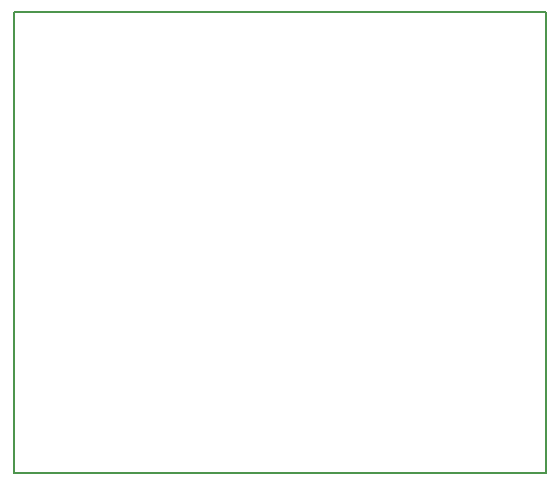
<source format=gbr>
G04 #@! TF.GenerationSoftware,KiCad,Pcbnew,(5.0.0)*
G04 #@! TF.CreationDate,2019-11-15T18:54:58-03:00*
G04 #@! TF.ProjectId,driver_alto,6472697665725F616C746F2E6B696361,rev?*
G04 #@! TF.SameCoordinates,Original*
G04 #@! TF.FileFunction,Drawing*
%FSLAX46Y46*%
G04 Gerber Fmt 4.6, Leading zero omitted, Abs format (unit mm)*
G04 Created by KiCad (PCBNEW (5.0.0)) date 11/15/19 18:54:58*
%MOMM*%
%LPD*%
G01*
G04 APERTURE LIST*
%ADD10C,0.150000*%
G04 APERTURE END LIST*
D10*
X144000000Y-86000000D02*
X99000000Y-86000000D01*
X144000000Y-47000000D02*
X144000000Y-86000000D01*
X99000000Y-47000000D02*
X144000000Y-47000000D01*
X99000000Y-86000000D02*
X99000000Y-47000000D01*
M02*

</source>
